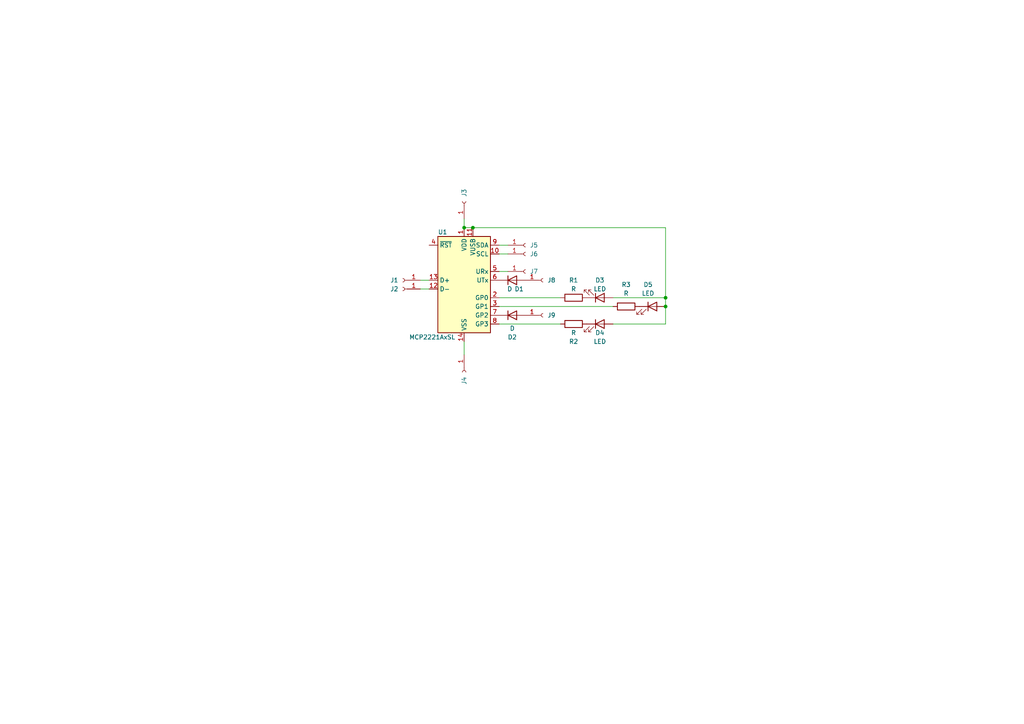
<source format=kicad_sch>
(kicad_sch (version 20211123) (generator eeschema)
  (paper "A4")
  (lib_symbols
    (symbol "Connector:Conn_01x01_Female" (pin_names (offset 1.016) hide)
      (property "Reference" "J" (at 0 2.54 0))
      (property "Value" "Conn_01x01_Female" (at 0 -2.54 0))
      (symbol "Conn_01x01_Female_1_1"
        (polyline (pts (xy -1.27 0) (xy -0.508 0)) (stroke (width 0.1524)))
        (arc (start 0 0.508) (mid -0.508 0) (end 0 -0.508) (stroke (width 0.1524)))
        (pin passive line (at -5.08 0 0) (length 3.81) (name "Pin_1") (number "1"))
      )
    )
    (symbol "Device:D" (pin_numbers hide) (pin_names (offset 1.016) hide)
      (property "Reference" "D" (at 0 2.54 0))
      (property "Value" "D" (at 0 -2.54 0))
      (symbol "D_0_1"
        (polyline (pts (xy -1.27 1.27) (xy -1.27 -1.27)) (stroke (width 0.254)))
        (polyline (pts (xy 1.27 0) (xy -1.27 0)))
        (polyline (pts (xy 1.27 1.27) (xy 1.27 -1.27) (xy -1.27 0) (xy 1.27 1.27)) (stroke (width 0.254)))
      )
      (symbol "D_1_1"
        (pin passive line (at -3.81 0 0) (length 2.54) (name "K") (number "1"))
        (pin passive line (at 3.81 0 180) (length 2.54) (name "A") (number "2"))
      )
    )
    (symbol "Device:LED" (pin_numbers hide) (pin_names (offset 1.016) hide)
      (property "Reference" "D" (at 0 2.54 0))
      (property "Value" "LED" (at 0 -2.54 0))
      (symbol "LED_0_1"
        (polyline (pts (xy -1.27 -1.27) (xy -1.27 1.27)) (stroke (width 0.254)))
        (polyline (pts (xy -1.27 0) (xy 1.27 0)))
        (polyline (pts (xy 1.27 -1.27) (xy 1.27 1.27) (xy -1.27 0) (xy 1.27 -1.27)) (stroke (width 0.254)))
        (polyline (pts (xy -3.048 -0.762) (xy -4.572 -2.286) (xy -3.81 -2.286) (xy -4.572 -2.286) (xy -4.572 -1.524)))
        (polyline (pts (xy -1.778 -0.762) (xy -3.302 -2.286) (xy -2.54 -2.286) (xy -3.302 -2.286) (xy -3.302 -1.524)))
      )
      (symbol "LED_1_1"
        (pin passive line (at -3.81 0 0) (length 2.54) (name "K") (number "1"))
        (pin passive line (at 3.81 0 180) (length 2.54) (name "A") (number "2"))
      )
    )
    (symbol "Device:R" (pin_numbers hide) (pin_names (offset 0))
      (property "Reference" "R" (at 2.032 0 90))
      (property "Value" "R" (at 0 0 90))
      (symbol "R_0_1"
        (rectangle (start -1.016 -2.54) (end 1.016 2.54) (stroke (width 0.254)))
      )
      (symbol "R_1_1"
        (pin passive line (at 0 3.81 270) (length 1.27) (name "~") (number "1"))
        (pin passive line (at 0 -3.81 90) (length 1.27) (name "~") (number "2"))
      )
    )
    (symbol "Interface_USB:MCP2221AxSL"
      (property "Reference" "U" (at -7.62 16.51 0))
      (property "Value" "MCP2221AxSL" (at 12.7 16.51 0))
      (symbol "MCP2221AxSL_0_1"
        (rectangle (start -7.62 15.24) (end 7.62 -12.7) (stroke (width 0.254)) (fill (type background)))
      )
      (symbol "MCP2221AxSL_1_1"
        (pin power_in line (at 0 17.78 270) (length 2.54) (name "VDD") (number "1"))
        (pin bidirectional line (at 10.16 10.16 180) (length 2.54) (name "SCL") (number "10"))
        (pin passive line (at 2.54 17.78 270) (length 2.54) (name "VUSB") (number "11"))
        (pin bidirectional line (at -10.16 0 0) (length 2.54) (name "D-") (number "12"))
        (pin bidirectional line (at -10.16 2.54 0) (length 2.54) (name "D+") (number "13"))
        (pin power_in line (at 0 -15.24 90) (length 2.54) (name "VSS") (number "14"))
        (pin bidirectional line (at 10.16 -2.54 180) (length 2.54) (name "GP0") (number "2"))
        (pin bidirectional line (at 10.16 -5.08 180) (length 2.54) (name "GP1") (number "3"))
        (pin input line (at -10.16 12.7 0) (length 2.54) (name "~{RST}") (number "4"))
        (pin input line (at 10.16 5.08 180) (length 2.54) (name "URx") (number "5"))
        (pin output line (at 10.16 2.54 180) (length 2.54) (name "UTx") (number "6"))
        (pin bidirectional line (at 10.16 -7.62 180) (length 2.54) (name "GP2") (number "7"))
        (pin bidirectional line (at 10.16 -10.16 180) (length 2.54) (name "GP3") (number "8"))
        (pin bidirectional line (at 10.16 12.7 180) (length 2.54) (name "SDA") (number "9"))
      )
    )
  )
  (junction (at 137.16 66.04))
  (junction (at 193.04 86.36))
  (junction (at 134.62 66.04))
  (junction (at 193.04 88.9))
  (wire (pts (xy 177.8 86.36) (xy 193.04 86.36)))
  (wire (pts (xy 134.62 66.04) (xy 137.16 66.04)))
  (wire (pts (xy 193.04 93.98) (xy 193.04 88.9)))
  (wire (pts (xy 144.78 78.74) (xy 147.32 78.74)))
  (wire (pts (xy 144.78 88.9) (xy 177.8 88.9)))
  (wire (pts (xy 193.04 86.36) (xy 193.04 66.04)))
  (wire (pts (xy 121.92 83.82) (xy 124.46 83.82)))
  (wire (pts (xy 193.04 86.36) (xy 193.04 88.9)))
  (wire (pts (xy 121.92 81.28) (xy 124.46 81.28)))
  (wire (pts (xy 134.62 63.5) (xy 134.62 66.04)))
  (wire (pts (xy 177.8 93.98) (xy 193.04 93.98)))
  (wire (pts (xy 144.78 93.98) (xy 162.56 93.98)))
  (wire (pts (xy 144.78 86.36) (xy 162.56 86.36)))
  (wire (pts (xy 134.62 99.06) (xy 134.62 102.87)))
  (wire (pts (xy 144.78 71.12) (xy 147.32 71.12)))
  (wire (pts (xy 193.04 66.04) (xy 137.16 66.04)))
  (wire (pts (xy 144.78 73.66) (xy 147.32 73.66)))
  (symbol (lib_id "Device:R") (at 166.37 93.98 90) (unit 1)
    (property "Reference" "R2" (at 166.37 99.06 90))
    (property "Value" "R" (at 166.37 96.52 90))
    (property "Footprint" "Resistor_SMD:R_0402_1005Metric_Pad0.72x0.64mm_HandSolder" (effects hide))
  )
  (symbol (lib_id "Device:LED") (at 173.99 86.36 0) (mirror x) (unit 1)
    (property "Reference" "D3" (at 173.99 81.28 0))
    (property "Value" "LED" (at 173.99 83.82 0))
    (property "Footprint" "LED_SMD:LED_0603_1608Metric_Pad1.05x0.95mm_HandSolder" (effects hide))
  )
  (symbol (lib_id "Connector:Conn_01x01_Female") (at 152.4 78.74 0) (unit 1)
    (property "Reference" "J7" (at 153.67 78.74 0) (effects (justify left)))
    (property "Value" "Conn_01x01_Female" (effects hide))
    (property "Footprint" "Connector_Wire:SolderWirePad_1x01_SMD_1x2mm" (effects hide))
  )
  (symbol (lib_id "Device:R") (at 181.61 88.9 90) (unit 1)
    (property "Reference" "R3" (at 181.61 82.55 90))
    (property "Value" "R" (at 181.61 85.09 90))
    (property "Footprint" "Resistor_SMD:R_0402_1005Metric_Pad0.72x0.64mm_HandSolder" (effects hide))
  )
  (symbol (lib_id "Connector:Conn_01x01_Female") (at 157.48 91.44 0) (unit 1)
    (property "Reference" "J9" (at 158.75 91.44 0) (effects (justify left)))
    (property "Value" "Conn_01x01_Female" (effects hide))
    (property "Footprint" "Connector_Wire:SolderWirePad_1x01_SMD_1x2mm" (effects hide))
  )
  (symbol (lib_id "Device:R") (at 166.37 86.36 90) (unit 1)
    (property "Reference" "R1" (at 166.37 81.28 90))
    (property "Value" "R" (at 166.37 83.82 90))
    (property "Footprint" "Resistor_SMD:R_0402_1005Metric_Pad0.72x0.64mm_HandSolder" (effects hide))
  )
  (symbol (lib_id "Connector:Conn_01x01_Female") (at 116.84 81.28 180) (unit 1)
    (property "Reference" "J1" (at 115.57 81.28 0) (effects (justify left)))
    (property "Value" "Conn_01x01_Female" (effects hide))
    (property "Footprint" "Connector_Wire:SolderWirePad_1x01_SMD_1x2mm" (effects hide))
  )
  (symbol (lib_id "Connector:Conn_01x01_Female") (at 134.62 107.95 270) (unit 1)
    (property "Reference" "J4" (at 134.62 109.22 0) (effects (justify left)))
    (property "Value" "Conn_01x01_Female" (effects hide))
    (property "Footprint" "Connector_Wire:SolderWirePad_1x01_SMD_1x2mm" (effects hide))
  )
  (symbol (lib_id "Connector:Conn_01x01_Female") (at 152.4 71.12 0) (unit 1)
    (property "Reference" "J5" (at 153.67 71.12 0) (effects (justify left)))
    (property "Value" "Conn_01x01_Female" (effects hide))
    (property "Footprint" "Connector_Wire:SolderWirePad_1x01_SMD_1x2mm" (effects hide))
  )
  (symbol (lib_id "Device:D") (at 148.59 81.28 0) (mirror x) (unit 1)
    (property "Reference" "D1" (at 149.225 83.82 0) (effects (justify left)))
    (property "Value" "D" (at 148.59 83.82 0) (effects (justify right)))
    (property "Footprint" "Diode_SMD:D_SOD-323_HandSoldering" (effects hide))
  )
  (symbol (lib_id "Device:LED") (at 189.23 88.9 0) (unit 1)
    (property "Reference" "D5" (at 187.96 82.55 0))
    (property "Value" "LED" (at 187.96 85.09 0))
    (property "Footprint" "LED_SMD:LED_0603_1608Metric_Pad1.05x0.95mm_HandSolder" (effects hide))
  )
  (symbol (lib_id "Connector:Conn_01x01_Female") (at 134.62 58.42 90) (unit 1)
    (property "Reference" "J3" (at 134.62 57.15 0) (effects (justify left)))
    (property "Value" "Conn_01x01_Female" (effects hide))
    (property "Footprint" "Connector_Wire:SolderWirePad_1x01_SMD_1x2mm" (effects hide))
  )
  (symbol (lib_id "Connector:Conn_01x01_Female") (at 116.84 83.82 180) (unit 1)
    (property "Reference" "J2" (at 115.57 83.82 0) (effects (justify left)))
    (property "Value" "Conn_01x01_Female" (effects hide))
    (property "Footprint" "Connector_Wire:SolderWirePad_1x01_SMD_1x2mm" (effects hide))
  )
  (symbol (lib_id "Connector:Conn_01x01_Female") (at 152.4 73.66 0) (unit 1)
    (property "Reference" "J6" (at 153.67 73.66 0) (effects (justify left)))
    (property "Value" "Conn_01x01_Female" (effects hide))
    (property "Footprint" "Connector_Wire:SolderWirePad_1x01_SMD_1x2mm" (effects hide))
  )
  (symbol (lib_id "Connector:Conn_01x01_Female") (at 157.48 81.28 0) (unit 1)
    (property "Reference" "J8" (at 158.75 81.28 0) (effects (justify left)))
    (property "Value" "Conn_01x01_Female" (effects hide))
    (property "Footprint" "Connector_Wire:SolderWirePad_1x01_SMD_1x2mm" (effects hide))
  )
  (symbol (lib_id "Interface_USB:MCP2221AxSL") (at 134.62 83.82 0) (unit 1)
    (property "Reference" "U1" (at 127 67.31 0) (effects (justify left)))
    (property "Value" "MCP2221AxSL" (at 132.08 97.79 0) (effects (justify right)))
    (property "Footprint" "Package_SO:SOIC-14_3.9x8.7mm_P1.27mm" (effects hide))
    (property "Datasheet" "http://ww1.microchip.com/downloads/en/DeviceDoc/20005565B.pdf" (effects hide))
  )
  (symbol (lib_id "Device:LED") (at 173.99 93.98 0) (unit 1)
    (property "Reference" "D4" (at 173.99 96.52 0))
    (property "Value" "LED" (at 173.99 99.06 0))
    (property "Footprint" "LED_SMD:LED_0603_1608Metric_Pad1.05x0.95mm_HandSolder" (effects hide))
  )
  (symbol (lib_id "Device:D") (at 148.59 91.44 0) (mirror x) (unit 1)
    (property "Reference" "D2" (at 148.59 97.79 0))
    (property "Value" "D" (at 148.59 95.25 0))
    (property "Footprint" "Diode_SMD:D_SOD-323_HandSoldering" (effects hide))
  )
)
</source>
